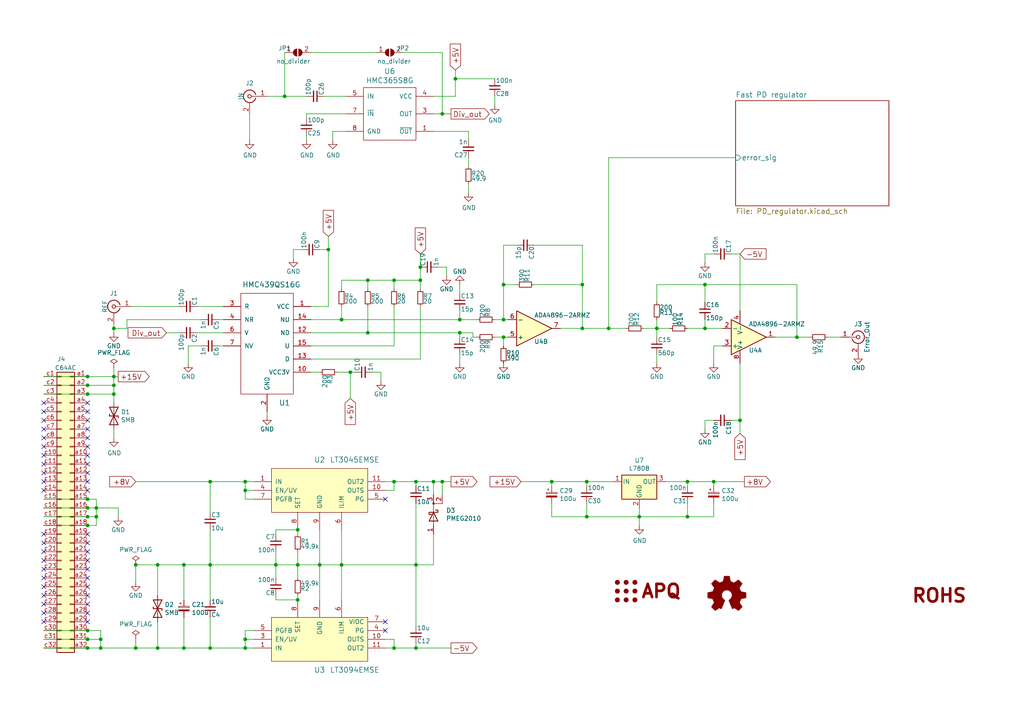
<source format=kicad_sch>
(kicad_sch (version 20211123) (generator eeschema)
  (paper "A4")
  (title_block (title "HMC439 Phase-Frequency Detector") (date "2022-01-25") (rev "1.4") (company "Atoms-Photons-Quanta, IAP, TU Darmstadt") (comment 1 "Tilman Preuschoff"))
  (junction (at 99.06 163.83))
  (junction (at 25.4 149.86))
  (junction (at 82.55 27.94))
  (junction (at 146.05 92.71))
  (junction (at 33.02 111.76))
  (junction (at 120.65 187.96))
  (junction (at 25.4 109.22))
  (junction (at 29.21 187.96))
  (junction (at 25.4 147.32))
  (junction (at 168.91 82.55))
  (junction (at 80.01 163.83))
  (junction (at 33.02 114.3))
  (junction (at 25.4 111.76))
  (junction (at 25.4 152.4))
  (junction (at 60.96 163.83))
  (junction (at 199.39 149.86))
  (junction (at 45.72 187.96))
  (junction (at 190.5 95.25))
  (junction (at 39.37 187.96))
  (junction (at 176.53 95.25))
  (junction (at 170.18 139.7))
  (junction (at 199.39 139.7))
  (junction (at 27.94 149.86))
  (junction (at 25.4 185.42))
  (junction (at 71.12 187.96))
  (junction (at 133.35 92.71))
  (junction (at 71.12 139.7))
  (junction (at 106.68 81.28))
  (junction (at 39.37 163.83))
  (junction (at 86.36 173.99))
  (junction (at 204.47 95.25))
  (junction (at 160.02 139.7))
  (junction (at 185.42 149.86))
  (junction (at 86.36 153.67))
  (junction (at 25.4 114.3))
  (junction (at 86.36 163.83))
  (junction (at 114.3 81.28))
  (junction (at 114.3 139.7))
  (junction (at 128.27 33.02))
  (junction (at 101.6 107.95))
  (junction (at 121.92 77.47))
  (junction (at 60.96 187.96))
  (junction (at 53.34 187.96))
  (junction (at 25.4 144.78))
  (junction (at 133.35 96.52))
  (junction (at 120.65 163.83))
  (junction (at 121.92 81.28))
  (junction (at 71.12 142.24))
  (junction (at 207.01 139.7))
  (junction (at 106.68 96.52))
  (junction (at 170.18 149.86))
  (junction (at 53.34 163.83))
  (junction (at 99.06 92.71))
  (junction (at 125.73 139.7))
  (junction (at 214.63 121.92))
  (junction (at 120.65 139.7))
  (junction (at 114.3 187.96))
  (junction (at 231.14 97.79))
  (junction (at 146.05 97.79))
  (junction (at 25.4 187.96))
  (junction (at 95.25 72.39))
  (junction (at 45.72 163.83))
  (junction (at 27.94 147.32))
  (junction (at 128.27 139.7))
  (junction (at 146.05 82.55))
  (junction (at 204.47 82.55))
  (junction (at 33.02 95.25))
  (junction (at 71.12 185.42))
  (junction (at 60.96 139.7))
  (junction (at 29.21 185.42))
  (junction (at 168.91 95.25))
  (junction (at 132.08 22.86))
  (junction (at 25.4 182.88))
  (junction (at 33.02 109.22))
  (junction (at 92.71 163.83))
  (no_connect (at 12.7 137.16))
  (no_connect (at 25.4 160.02))
  (no_connect (at 25.4 134.62))
  (no_connect (at 12.7 180.34))
  (no_connect (at 25.4 177.8))
  (no_connect (at 12.7 142.24))
  (no_connect (at 25.4 127))
  (no_connect (at 12.7 162.56))
  (no_connect (at 12.7 165.1))
  (no_connect (at 12.7 139.7))
  (no_connect (at 12.7 127))
  (no_connect (at 25.4 172.72))
  (no_connect (at 12.7 175.26))
  (no_connect (at 25.4 162.56))
  (no_connect (at 25.4 129.54))
  (no_connect (at 25.4 170.18))
  (no_connect (at 12.7 160.02))
  (no_connect (at 12.7 170.18))
  (no_connect (at 25.4 132.08))
  (no_connect (at 12.7 132.08))
  (no_connect (at 25.4 142.24))
  (no_connect (at 25.4 137.16))
  (no_connect (at 12.7 177.8))
  (no_connect (at 12.7 129.54))
  (no_connect (at 12.7 121.92))
  (no_connect (at 12.7 119.38))
  (no_connect (at 12.7 116.84))
  (no_connect (at 25.4 139.7))
  (no_connect (at 12.7 154.94))
  (no_connect (at 25.4 157.48))
  (no_connect (at 111.76 182.88))
  (no_connect (at 111.76 144.78))
  (no_connect (at 25.4 180.34))
  (no_connect (at 25.4 119.38))
  (no_connect (at 25.4 121.92))
  (no_connect (at 25.4 116.84))
  (no_connect (at 111.76 180.34))
  (no_connect (at 25.4 175.26))
  (no_connect (at 12.7 172.72))
  (no_connect (at 12.7 157.48))
  (no_connect (at 12.7 134.62))
  (no_connect (at 25.4 165.1))
  (no_connect (at 12.7 167.64))
  (no_connect (at 25.4 124.46))
  (no_connect (at 25.4 154.94))
  (no_connect (at 12.7 124.46))
  (no_connect (at 25.4 167.64))
  (wire (pts (xy 71.12 185.42) (xy 71.12 187.96)))
  (wire (pts (xy 114.3 142.24) (xy 114.3 139.7)))
  (wire (pts (xy 135.89 55.88) (xy 135.89 53.34)))
  (wire (pts (xy 52.07 96.52) (xy 48.26 96.52)))
  (wire (pts (xy 27.94 149.86) (xy 27.94 152.4)))
  (wire (pts (xy 99.06 163.83) (xy 99.06 173.99)))
  (wire (pts (xy 120.65 139.7) (xy 120.65 140.97)))
  (wire (pts (xy 168.91 95.25) (xy 168.91 82.55)))
  (wire (pts (xy 114.3 88.9) (xy 114.3 100.33)))
  (wire (pts (xy 146.05 92.71) (xy 147.32 92.71)))
  (wire (pts (xy 95.25 72.39) (xy 95.25 88.9)))
  (wire (pts (xy 25.4 182.88) (xy 29.21 182.88)))
  (wire (pts (xy 36.83 92.71) (xy 36.83 95.25)))
  (wire (pts (xy 114.3 100.33) (xy 90.17 100.33)))
  (wire (pts (xy 190.5 95.25) (xy 194.31 95.25)))
  (wire (pts (xy 101.6 107.95) (xy 102.87 107.95)))
  (wire (pts (xy 176.53 95.25) (xy 176.53 45.72)))
  (wire (pts (xy 130.81 33.02) (xy 128.27 33.02)))
  (wire (pts (xy 86.36 160.02) (xy 86.36 163.83)))
  (wire (pts (xy 95.25 68.58) (xy 95.25 72.39)))
  (wire (pts (xy 25.4 147.32) (xy 27.94 147.32)))
  (wire (pts (xy 27.94 147.32) (xy 27.94 149.86)))
  (wire (pts (xy 110.49 107.95) (xy 110.49 110.49)))
  (wire (pts (xy 71.12 144.78) (xy 73.66 144.78)))
  (wire (pts (xy 106.68 88.9) (xy 106.68 96.52)))
  (wire (pts (xy 143.51 27.94) (xy 143.51 30.48)))
  (wire (pts (xy 99.06 163.83) (xy 120.65 163.83)))
  (wire (pts (xy 204.47 92.71) (xy 204.47 95.25)))
  (wire (pts (xy 114.3 81.28) (xy 114.3 83.82)))
  (wire (pts (xy 132.08 27.94) (xy 125.73 27.94)))
  (wire (pts (xy 185.42 149.86) (xy 199.39 149.86)))
  (wire (pts (xy 73.66 182.88) (xy 71.12 182.88)))
  (wire (pts (xy 133.35 96.52) (xy 133.35 97.79)))
  (wire (pts (xy 77.47 27.94) (xy 82.55 27.94)))
  (wire (pts (xy 25.4 144.78) (xy 27.94 144.78)))
  (wire (pts (xy 120.65 163.83) (xy 120.65 181.61)))
  (wire (pts (xy 86.36 163.83) (xy 92.71 163.83)))
  (wire (pts (xy 92.71 72.39) (xy 95.25 72.39)))
  (wire (pts (xy 231.14 97.79) (xy 234.95 97.79)))
  (wire (pts (xy 33.02 111.76) (xy 33.02 109.22)))
  (wire (pts (xy 132.08 22.86) (xy 143.51 22.86)))
  (wire (pts (xy 162.56 95.25) (xy 168.91 95.25)))
  (wire (pts (xy 133.35 92.71) (xy 138.43 92.71)))
  (wire (pts (xy 125.73 163.83) (xy 120.65 163.83)))
  (wire (pts (xy 39.37 163.83) (xy 45.72 163.83)))
  (wire (pts (xy 204.47 73.66) (xy 207.01 73.66)))
  (wire (pts (xy 33.02 95.25) (xy 33.02 96.52)))
  (wire (pts (xy 185.42 149.86) (xy 185.42 152.4)))
  (wire (pts (xy 53.34 173.99) (xy 53.34 163.83)))
  (wire (pts (xy 114.3 81.28) (xy 121.92 81.28)))
  (wire (pts (xy 170.18 146.05) (xy 170.18 149.86)))
  (wire (pts (xy 190.5 92.71) (xy 190.5 95.25)))
  (wire (pts (xy 64.77 88.9) (xy 57.15 88.9)))
  (wire (pts (xy 130.81 139.7) (xy 128.27 139.7)))
  (wire (pts (xy 45.72 187.96) (xy 53.34 187.96)))
  (wire (pts (xy 146.05 82.55) (xy 149.86 82.55)))
  (wire (pts (xy 45.72 163.83) (xy 53.34 163.83)))
  (wire (pts (xy 121.92 104.14) (xy 90.17 104.14)))
  (wire (pts (xy 86.36 163.83) (xy 86.36 167.64)))
  (wire (pts (xy 99.06 88.9) (xy 99.06 92.71)))
  (wire (pts (xy 33.02 109.22) (xy 34.29 109.22)))
  (wire (pts (xy 80.01 172.72) (xy 80.01 173.99)))
  (wire (pts (xy 130.81 187.96) (xy 120.65 187.96)))
  (wire (pts (xy 154.94 71.12) (xy 168.91 71.12)))
  (wire (pts (xy 168.91 71.12) (xy 168.91 82.55)))
  (wire (pts (xy 146.05 82.55) (xy 146.05 71.12)))
  (wire (pts (xy 86.36 173.99) (xy 86.36 172.72)))
  (wire (pts (xy 85.09 72.39) (xy 85.09 74.93)))
  (wire (pts (xy 212.09 121.92) (xy 214.63 121.92)))
  (wire (pts (xy 80.01 163.83) (xy 86.36 163.83)))
  (wire (pts (xy 129.54 77.47) (xy 129.54 80.01)))
  (wire (pts (xy 99.06 153.67) (xy 99.06 163.83)))
  (wire (pts (xy 96.52 38.1) (xy 96.52 40.64)))
  (wire (pts (xy 60.96 187.96) (xy 71.12 187.96)))
  (wire (pts (xy 214.63 125.73) (xy 214.63 121.92)))
  (wire (pts (xy 160.02 149.86) (xy 170.18 149.86)))
  (wire (pts (xy 125.73 139.7) (xy 125.73 143.51)))
  (wire (pts (xy 129.54 77.47) (xy 127 77.47)))
  (wire (pts (xy 12.7 111.76) (xy 25.4 111.76)))
  (wire (pts (xy 73.66 185.42) (xy 71.12 185.42)))
  (wire (pts (xy 204.47 82.55) (xy 231.14 82.55)))
  (wire (pts (xy 71.12 139.7) (xy 71.12 142.24)))
  (wire (pts (xy 132.08 22.86) (xy 132.08 27.94)))
  (wire (pts (xy 88.9 40.64) (xy 88.9 39.37)))
  (wire (pts (xy 71.12 142.24) (xy 71.12 144.78)))
  (wire (pts (xy 80.01 163.83) (xy 80.01 167.64)))
  (wire (pts (xy 106.68 81.28) (xy 114.3 81.28)))
  (wire (pts (xy 99.06 92.71) (xy 133.35 92.71)))
  (wire (pts (xy 111.76 139.7) (xy 114.3 139.7)))
  (wire (pts (xy 93.98 27.94) (xy 100.33 27.94)))
  (wire (pts (xy 85.09 72.39) (xy 87.63 72.39)))
  (wire (pts (xy 170.18 139.7) (xy 177.8 139.7)))
  (wire (pts (xy 160.02 139.7) (xy 170.18 139.7)))
  (wire (pts (xy 38.1 88.9) (xy 52.07 88.9)))
  (wire (pts (xy 39.37 187.96) (xy 45.72 187.96)))
  (wire (pts (xy 147.32 97.79) (xy 146.05 97.79)))
  (wire (pts (xy 86.36 153.67) (xy 86.36 154.94)))
  (wire (pts (xy 36.83 95.25) (xy 33.02 95.25)))
  (wire (pts (xy 132.08 20.32) (xy 132.08 22.86)))
  (wire (pts (xy 170.18 149.86) (xy 185.42 149.86)))
  (wire (pts (xy 154.94 82.55) (xy 168.91 82.55)))
  (wire (pts (xy 33.02 127) (xy 33.02 124.46)))
  (wire (pts (xy 120.65 187.96) (xy 114.3 187.96)))
  (wire (pts (xy 121.92 73.66) (xy 121.92 77.47)))
  (wire (pts (xy 25.4 109.22) (xy 33.02 109.22)))
  (wire (pts (xy 199.39 139.7) (xy 199.39 140.97)))
  (wire (pts (xy 128.27 33.02) (xy 125.73 33.02)))
  (wire (pts (xy 190.5 95.25) (xy 190.5 97.79)))
  (wire (pts (xy 90.17 15.24) (xy 109.22 15.24)))
  (wire (pts (xy 160.02 139.7) (xy 160.02 140.97)))
  (wire (pts (xy 125.73 38.1) (xy 135.89 38.1)))
  (wire (pts (xy 29.21 182.88) (xy 29.21 185.42)))
  (wire (pts (xy 137.16 96.52) (xy 137.16 97.79)))
  (wire (pts (xy 25.4 152.4) (xy 27.94 152.4)))
  (wire (pts (xy 207.01 149.86) (xy 207.01 146.05)))
  (wire (pts (xy 146.05 71.12) (xy 149.86 71.12)))
  (wire (pts (xy 151.13 139.7) (xy 160.02 139.7)))
  (wire (pts (xy 92.71 163.83) (xy 92.71 153.67)))
  (wire (pts (xy 204.47 87.63) (xy 204.47 82.55)))
  (wire (pts (xy 199.39 139.7) (xy 207.01 139.7)))
  (wire (pts (xy 114.3 187.96) (xy 111.76 187.96)))
  (wire (pts (xy 71.12 139.7) (xy 73.66 139.7)))
  (wire (pts (xy 137.16 97.79) (xy 138.43 97.79)))
  (wire (pts (xy 58.42 100.33) (xy 54.61 100.33)))
  (wire (pts (xy 80.01 154.94) (xy 80.01 153.67)))
  (wire (pts (xy 12.7 182.88) (xy 25.4 182.88)))
  (wire (pts (xy 90.17 107.95) (xy 92.71 107.95)))
  (wire (pts (xy 29.21 185.42) (xy 29.21 187.96)))
  (wire (pts (xy 64.77 92.71) (xy 63.5 92.71)))
  (wire (pts (xy 204.47 121.92) (xy 207.01 121.92)))
  (wire (pts (xy 71.12 142.24) (xy 73.66 142.24)))
  (wire (pts (xy 120.65 139.7) (xy 114.3 139.7)))
  (wire (pts (xy 25.4 114.3) (xy 33.02 114.3)))
  (wire (pts (xy 207.01 139.7) (xy 207.01 140.97)))
  (wire (pts (xy 133.35 82.55) (xy 133.35 85.09)))
  (wire (pts (xy 160.02 146.05) (xy 160.02 149.86)))
  (wire (pts (xy 204.47 73.66) (xy 204.47 76.2)))
  (wire (pts (xy 100.33 33.02) (xy 88.9 33.02)))
  (wire (pts (xy 116.84 15.24) (xy 128.27 15.24)))
  (wire (pts (xy 111.76 185.42) (xy 114.3 185.42)))
  (wire (pts (xy 33.02 114.3) (xy 33.02 116.84)))
  (wire (pts (xy 106.68 81.28) (xy 106.68 83.82)))
  (wire (pts (xy 101.6 107.95) (xy 101.6 115.57)))
  (wire (pts (xy 60.96 139.7) (xy 71.12 139.7)))
  (wire (pts (xy 60.96 153.67) (xy 60.96 163.83)))
  (wire (pts (xy 212.09 73.66) (xy 214.63 73.66)))
  (wire (pts (xy 25.4 185.42) (xy 29.21 185.42)))
  (wire (pts (xy 128.27 15.24) (xy 128.27 33.02)))
  (wire (pts (xy 12.7 147.32) (xy 25.4 147.32)))
  (wire (pts (xy 80.01 160.02) (xy 80.01 163.83)))
  (wire (pts (xy 135.89 48.26) (xy 135.89 45.72)))
  (wire (pts (xy 12.7 114.3) (xy 25.4 114.3)))
  (wire (pts (xy 25.4 111.76) (xy 33.02 111.76)))
  (wire (pts (xy 29.21 187.96) (xy 39.37 187.96)))
  (wire (pts (xy 146.05 97.79) (xy 143.51 97.79)))
  (wire (pts (xy 199.39 149.86) (xy 207.01 149.86)))
  (wire (pts (xy 146.05 82.55) (xy 146.05 92.71)))
  (wire (pts (xy 168.91 95.25) (xy 176.53 95.25)))
  (wire (pts (xy 60.96 187.96) (xy 60.96 179.07)))
  (wire (pts (xy 27.94 147.32) (xy 34.29 147.32)))
  (wire (pts (xy 12.7 187.96) (xy 25.4 187.96)))
  (wire (pts (xy 90.17 96.52) (xy 106.68 96.52)))
  (wire (pts (xy 71.12 187.96) (xy 73.66 187.96)))
  (wire (pts (xy 60.96 139.7) (xy 60.96 148.59)))
  (wire (pts (xy 114.3 185.42) (xy 114.3 187.96)))
  (wire (pts (xy 80.01 173.99) (xy 86.36 173.99)))
  (wire (pts (xy 72.39 33.02) (xy 72.39 40.64)))
  (wire (pts (xy 146.05 97.79) (xy 146.05 100.33)))
  (wire (pts (xy 71.12 182.88) (xy 71.12 185.42)))
  (wire (pts (xy 111.76 142.24) (xy 114.3 142.24)))
  (wire (pts (xy 39.37 139.7) (xy 60.96 139.7)))
  (wire (pts (xy 27.94 144.78) (xy 27.94 147.32)))
  (wire (pts (xy 45.72 172.72) (xy 45.72 163.83)))
  (wire (pts (xy 80.01 153.67) (xy 86.36 153.67)))
  (wire (pts (xy 133.35 96.52) (xy 137.16 96.52)))
  (wire (pts (xy 12.7 144.78) (xy 25.4 144.78)))
  (wire (pts (xy 240.03 97.79) (xy 243.84 97.79)))
  (wire (pts (xy 120.65 146.05) (xy 120.65 163.83)))
  (wire (pts (xy 33.02 93.98) (xy 33.02 95.25)))
  (wire (pts (xy 121.92 81.28) (xy 121.92 77.47)))
  (wire (pts (xy 77.47 119.38) (xy 77.47 120.65)))
  (wire (pts (xy 185.42 147.32) (xy 185.42 149.86)))
  (wire (pts (xy 82.55 27.94) (xy 88.9 27.94)))
  (wire (pts (xy 53.34 187.96) (xy 60.96 187.96)))
  (wire (pts (xy 186.69 95.25) (xy 190.5 95.25)))
  (wire (pts (xy 92.71 163.83) (xy 92.71 173.99)))
  (wire (pts (xy 133.35 92.71) (xy 133.35 90.17)))
  (wire (pts (xy 12.7 185.42) (xy 25.4 185.42)))
  (wire (pts (xy 204.47 95.25) (xy 209.55 95.25)))
  (wire (pts (xy 207.01 139.7) (xy 215.9 139.7)))
  (wire (pts (xy 36.83 92.71) (xy 58.42 92.71)))
  (wire (pts (xy 190.5 82.55) (xy 204.47 82.55)))
  (wire (pts (xy 39.37 185.42) (xy 39.37 187.96)))
  (wire (pts (xy 120.65 187.96) (xy 120.65 186.69)))
  (wire (pts (xy 135.89 38.1) (xy 135.89 40.64)))
  (wire (pts (xy 133.35 102.87) (xy 133.35 105.41)))
  (wire (pts (xy 121.92 81.28) (xy 121.92 83.82)))
  (wire (pts (xy 45.72 180.34) (xy 45.72 187.96)))
  (wire (pts (xy 207.01 100.33) (xy 207.01 105.41)))
  (wire (pts (xy 12.7 152.4) (xy 25.4 152.4)))
  (wire (pts (xy 121.92 88.9) (xy 121.92 104.14)))
  (wire (pts (xy 231.14 82.55) (xy 231.14 97.79)))
  (wire (pts (xy 125.73 139.7) (xy 120.65 139.7)))
  (wire (pts (xy 92.71 163.83) (xy 99.06 163.83)))
  (wire (pts (xy 60.96 163.83) (xy 60.96 173.99)))
  (wire (pts (xy 204.47 121.92) (xy 204.47 124.46)))
  (wire (pts (xy 53.34 179.07) (xy 53.34 187.96)))
  (wire (pts (xy 106.68 96.52) (xy 133.35 96.52)))
  (wire (pts (xy 82.55 15.24) (xy 82.55 27.94)))
  (wire (pts (xy 96.52 38.1) (xy 100.33 38.1)))
  (wire (pts (xy 170.18 140.97) (xy 170.18 139.7)))
  (wire (pts (xy 143.51 92.71) (xy 146.05 92.71)))
  (wire (pts (xy 99.06 83.82) (xy 99.06 81.28)))
  (wire (pts (xy 54.61 100.33) (xy 54.61 105.41)))
  (wire (pts (xy 99.06 81.28) (xy 106.68 81.28)))
  (wire (pts (xy 39.37 163.83) (xy 39.37 168.91)))
  (wire (pts (xy 53.34 163.83) (xy 60.96 163.83)))
  (wire (pts (xy 34.29 147.32) (xy 34.29 149.86)))
  (wire (pts (xy 199.39 146.05) (xy 199.39 149.86)))
  (wire (pts (xy 95.25 88.9) (xy 90.17 88.9)))
  (wire (pts (xy 33.02 106.68) (xy 33.02 109.22)))
  (wire (pts (xy 25.4 149.86) (xy 27.94 149.86)))
  (wire (pts (xy 199.39 95.25) (xy 204.47 95.25)))
  (wire (pts (xy 190.5 102.87) (xy 190.5 105.41)))
  (wire (pts (xy 128.27 139.7) (xy 125.73 139.7)))
  (wire (pts (xy 12.7 109.22) (xy 25.4 109.22)))
  (wire (pts (xy 176.53 45.72) (xy 213.36 45.72)))
  (wire (pts (xy 60.96 163.83) (xy 80.01 163.83)))
  (wire (pts (xy 214.63 73.66) (xy 214.63 90.17)))
  (wire (pts (xy 64.77 96.52) (xy 57.15 96.52)))
  (wire (pts (xy 214.63 121.92) (xy 214.63 105.41)))
  (wire (pts (xy 125.73 154.94) (xy 125.73 163.83)))
  (wire (pts (xy 33.02 111.76) (xy 33.02 114.3)))
  (wire (pts (xy 25.4 187.96) (xy 29.21 187.96)))
  (wire (pts (xy 193.04 139.7) (xy 199.39 139.7)))
  (wire (pts (xy 181.61 95.25) (xy 176.53 95.25)))
  (wire (pts (xy 209.55 100.33) (xy 207.01 100.33)))
  (wire (pts (xy 110.49 107.95) (xy 107.95 107.95)))
  (wire (pts (xy 190.5 87.63) (xy 190.5 82.55)))
  (wire (pts (xy 12.7 149.86) (xy 25.4 149.86)))
  (wire (pts (xy 97.79 107.95) (xy 101.6 107.95)))
  (wire (pts (xy 224.79 97.79) (xy 231.14 97.79)))
  (wire (pts (xy 90.17 92.71) (xy 99.06 92.71)))
  (wire (pts (xy 88.9 33.02) (xy 88.9 34.29)))
  (wire (pts (xy 64.77 100.33) (xy 63.5 100.33)))
  (wire (pts (xy 128.27 139.7) (xy 128.27 143.51)))
  (global_label "+8V" (shape output) (at 215.9 139.7 0) (effects (font (size 1.524 1.524))) (property "Intersheet References" "${INTERSHEET_REFS}" (effects hide)))
  (global_label "+5V" (shape input) (at 132.08 20.32 90) (effects (font (size 1.524 1.524))) (property "Intersheet References" "${INTERSHEET_REFS}" (effects hide)))
  (global_label "-5V" (shape input) (at 214.63 73.66 0) (effects (font (size 1.524 1.524))) (property "Intersheet References" "${INTERSHEET_REFS}" (effects hide)))
  (global_label "+15V" (shape input) (at 151.13 139.7 180) (effects (font (size 1.524 1.524))) (property "Intersheet References" "${INTERSHEET_REFS}" (effects hide)))
  (global_label "+5V" (shape output) (at 130.81 139.7 0) (effects (font (size 1.524 1.524))) (property "Intersheet References" "${INTERSHEET_REFS}" (effects hide)))
  (global_label "-5V" (shape output) (at 130.81 187.96 0) (effects (font (size 1.524 1.524))) (property "Intersheet References" "${INTERSHEET_REFS}" (effects hide)))
  (global_label "Div_out" (shape input) (at 48.26 96.52 180) (effects (font (size 1.524 1.524))) (property "Intersheet References" "${INTERSHEET_REFS}" (effects hide)))
  (global_label "+5V" (shape input) (at 95.25 68.58 90) (effects (font (size 1.524 1.524))) (property "Intersheet References" "${INTERSHEET_REFS}" (effects hide)))
  (global_label "+15V" (shape output) (at 34.29 109.22 0) (effects (font (size 1.524 1.524))) (property "Intersheet References" "${INTERSHEET_REFS}" (effects hide)))
  (global_label "+5V" (shape input) (at 214.63 125.73 270) (effects (font (size 1.524 1.524))) (property "Intersheet References" "${INTERSHEET_REFS}" (effects hide)))
  (global_label "+8V" (shape input) (at 39.37 139.7 180) (effects (font (size 1.524 1.524))) (property "Intersheet References" "${INTERSHEET_REFS}" (effects hide)))
  (global_label "Div_out" (shape output) (at 130.81 33.02 0) (effects (font (size 1.524 1.524))) (property "Intersheet References" "${INTERSHEET_REFS}" (effects hide)))
  (global_label "+5V" (shape input) (at 121.92 73.66 90) (effects (font (size 1.524 1.524))) (property "Intersheet References" "${INTERSHEET_REFS}" (effects hide)))
  (global_label "+5V" (shape input) (at 101.6 115.57 270) (effects (font (size 1.524 1.524))) (property "Intersheet References" "${INTERSHEET_REFS}" (effects hide)))
  (symbol (lib_id "Linear-Technology:LT3045EMSE") (at 92.71 142.24 0) (unit 1)
    (property "Reference" "U2" (at 92.71 133.35 0) (effects (font (size 1.524 1.524))))
    (property "Value" "LT3045EMSE" (at 102.87 133.35 0) (effects (font (size 1.524 1.524))))
    (property "Footprint" "Package_SO:MSOP-12-1EP_3x4mm_P0.65mm_EP1.65x2.85mm" (effects hide))
    (property "MFN" "Analog Devices" (effects hide))
    (property "PN" "LT3045EMSE#PBF" (effects hide))
  )
  (symbol (lib_id "Device:C_Small") (at 60.96 151.13 0) (unit 1)
    (property "Reference" "C3" (at 61.214 149.352 0) (effects (justify left)))
    (property "Value" "10u" (at 61.214 153.162 0) (effects (justify left)))
    (property "Footprint" "Capacitor_SMD:C_1210_3225Metric" (effects hide))
  )
  (symbol (lib_id "Device:C_Small") (at 80.01 157.48 0) (mirror y) (unit 1)
    (property "Reference" "C7" (at 79.756 155.702 0) (effects (justify left)))
    (property "Value" "100n" (at 79.756 159.512 0) (effects (justify left)))
    (property "Footprint" "Capacitor_SMD:C_1206_3216Metric" (effects hide))
    (property "MFN" "Murata-Electronics" (effects hide))
    (property "PN" "GRM3195C2A104JA01D" (effects hide))
  )
  (symbol (lib_id "Device:C_Small") (at 120.65 143.51 0) (unit 1)
    (property "Reference" "C11" (at 120.904 141.732 0) (effects (justify left)))
    (property "Value" "10u" (at 120.904 145.542 0) (effects (justify left)))
    (property "Footprint" "Capacitor_SMD:C_1210_3225Metric" (effects hide))
  )
  (symbol (lib_id "Device:R_Small") (at 86.36 157.48 0) (unit 1)
    (property "Reference" "R1" (at 87.122 156.972 0) (effects (justify left)))
    (property "Value" "49.9k" (at 87.122 158.496 0) (effects (justify left)))
    (property "Footprint" "Resistor_SMD:R_0603_1608Metric" (effects hide))
  )
  (symbol (lib_id "power:GND") (at 39.37 168.91 0) (unit 1)
    (property "Reference" "#PWR01" (effects hide))
    (property "Value" "GND" (at 39.37 172.72 0))
  )
  (symbol (lib_id "Device:C_Small") (at 60.96 176.53 0) (mirror x) (unit 1)
    (property "Reference" "C4" (at 61.214 178.308 0) (effects (justify left)))
    (property "Value" "10u" (at 61.214 174.498 0) (effects (justify left)))
    (property "Footprint" "Capacitor_SMD:C_1210_3225Metric" (effects hide))
  )
  (symbol (lib_id "Device:C_Small") (at 80.01 170.18 180) (unit 1)
    (property "Reference" "C8" (at 79.756 171.958 0) (effects (justify left)))
    (property "Value" "100n" (at 79.756 168.148 0) (effects (justify left)))
    (property "Footprint" "Capacitor_SMD:C_1206_3216Metric" (effects hide))
    (property "MFN" "Murata-Electronics" (effects hide))
    (property "PN" "GRM3195C2A104JA01D" (effects hide))
  )
  (symbol (lib_id "Device:C_Small") (at 120.65 184.15 0) (mirror x) (unit 1)
    (property "Reference" "C12" (at 120.904 185.928 0) (effects (justify left)))
    (property "Value" "10u" (at 120.904 182.118 0) (effects (justify left)))
    (property "Footprint" "Capacitor_SMD:C_1210_3225Metric" (effects hide))
  )
  (symbol (lib_id "Device:R_Small") (at 86.36 170.18 0) (mirror x) (unit 1)
    (property "Reference" "R2" (at 87.122 170.688 0) (effects (justify left)))
    (property "Value" "49.9k" (at 87.122 169.164 0) (effects (justify left)))
    (property "Footprint" "Resistor_SMD:R_0603_1608Metric" (effects hide))
  )
  (symbol (lib_id "Linear-Technology:HMC439QS16G") (at 77.47 124.46 0) (unit 1)
    (property "Reference" "U1" (at 82.55 116.84 0) (effects (font (size 1.524 1.524))))
    (property "Value" "HMC439QS16G" (at 78.74 82.55 0) (effects (font (size 1.524 1.524))))
    (property "Footprint" "footprints:QSOP-16_3.9x4.9mm_P0.635mm_EP_2.3mmx1.75mm" (effects hide))
    (property "MFN" "Analog Devices" (effects hide))
  )
  (symbol (lib_id "power:GND") (at 77.47 120.65 0) (unit 1)
    (property "Reference" "#PWR02" (effects hide))
    (property "Value" "GND" (at 77.47 124.46 0))
  )
  (symbol (lib_id "Connector:Conn_Coaxial") (at 33.02 88.9 0) (mirror y) (unit 1)
    (property "Reference" "J1" (at 33.02 85.09 0))
    (property "Value" "REF" (at 30.48 88.9 90))
    (property "Footprint" "Connector_Coaxial:SMA_Amphenol_132289_EdgeMount" (effects hide))
  )
  (symbol (lib_id "Device:C_Small") (at 54.61 88.9 270) (mirror x) (unit 1)
    (property "Reference" "C1" (at 56.388 88.646 0) (effects (justify left)))
    (property "Value" "100p" (at 52.578 88.646 0) (effects (justify left)))
    (property "Footprint" "Capacitor_SMD:C_0603_1608Metric" (effects hide))
    (property "MFN" "TDK" (effects hide))
    (property "PN" "CGJ3E2C0G2A101J080AA" (effects hide))
  )
  (symbol (lib_id "Device:C_Small") (at 60.96 92.71 270) (unit 1)
    (property "Reference" "C5" (at 62.738 92.964 0) (effects (justify left)))
    (property "Value" "1n" (at 58.928 92.964 0) (effects (justify left)))
    (property "Footprint" "Capacitor_SMD:C_0603_1608Metric" (effects hide))
  )
  (symbol (lib_id "Device:C_Small") (at 54.61 96.52 270) (unit 1)
    (property "Reference" "C2" (at 56.388 96.774 0) (effects (justify left)))
    (property "Value" "100p" (at 52.578 96.774 0) (effects (justify left)))
    (property "Footprint" "Capacitor_SMD:C_0603_1608Metric" (effects hide))
    (property "MFN" "TDK" (effects hide))
    (property "PN" "CGJ3E2C0G2A101J080AA" (effects hide))
  )
  (symbol (lib_id "Device:C_Small") (at 60.96 100.33 270) (unit 1)
    (property "Reference" "C6" (at 62.738 100.584 0) (effects (justify left)))
    (property "Value" "1n" (at 58.928 100.584 0) (effects (justify left)))
    (property "Footprint" "Capacitor_SMD:C_0603_1608Metric" (effects hide))
  )
  (symbol (lib_id "Device:C_Small") (at 90.17 72.39 270) (mirror x) (unit 1)
    (property "Reference" "C9" (at 91.948 72.136 0) (effects (justify left)))
    (property "Value" "100n" (at 88.138 72.136 0) (effects (justify left)))
    (property "Footprint" "Capacitor_SMD:C_0603_1608Metric" (effects hide))
  )
  (symbol (lib_id "Device:C_Small") (at 133.35 87.63 0) (unit 1)
    (property "Reference" "C13" (at 133.604 85.852 0) (effects (justify left)))
    (property "Value" "15p" (at 133.604 89.662 0) (effects (justify left)))
    (property "Footprint" "Capacitor_SMD:C_0603_1608Metric" (effects hide))
  )
  (symbol (lib_id "Device:C_Small") (at 133.35 100.33 0) (unit 1)
    (property "Reference" "C14" (at 133.604 98.552 0) (effects (justify left)))
    (property "Value" "15p" (at 133.604 102.362 0) (effects (justify left)))
    (property "Footprint" "Capacitor_SMD:C_0603_1608Metric" (effects hide))
  )
  (symbol (lib_id "Device:R_Small") (at 95.25 107.95 270) (unit 1)
    (property "Reference" "R3" (at 95.758 108.712 0) (effects (justify left)))
    (property "Value" "200" (at 94.234 108.712 0) (effects (justify left)))
    (property "Footprint" "Resistor_SMD:R_0603_1608Metric" (effects hide))
    (property "MFN" "Yageo" (effects hide))
    (property "PN" "RC0603FR-13200RL" (effects hide))
  )
  (symbol (lib_id "Device:R_Small") (at 99.06 86.36 0) (unit 1)
    (property "Reference" "R4" (at 99.822 85.852 0) (effects (justify left)))
    (property "Value" "200" (at 99.822 87.376 0) (effects (justify left)))
    (property "Footprint" "Resistor_SMD:R_0603_1608Metric" (effects hide))
    (property "MFN" "Yageo" (effects hide))
    (property "PN" "RC0603FR-13200RL" (effects hide))
  )
  (symbol (lib_id "Device:R_Small") (at 106.68 86.36 0) (unit 1)
    (property "Reference" "R5" (at 107.442 85.852 0) (effects (justify left)))
    (property "Value" "200" (at 107.442 87.376 0) (effects (justify left)))
    (property "Footprint" "Resistor_SMD:R_0603_1608Metric" (effects hide))
    (property "MFN" "Yageo" (effects hide))
    (property "PN" "RC0603FR-13200RL" (effects hide))
  )
  (symbol (lib_id "Device:R_Small") (at 114.3 86.36 0) (unit 1)
    (property "Reference" "R6" (at 115.062 85.852 0) (effects (justify left)))
    (property "Value" "20" (at 115.062 87.376 0) (effects (justify left)))
    (property "Footprint" "Resistor_SMD:R_0603_1608Metric" (effects hide))
    (property "MFN" "Yageo" (effects hide))
    (property "PN" "AC0603FR-0720RL" (effects hide))
  )
  (symbol (lib_id "Device:R_Small") (at 121.92 86.36 0) (unit 1)
    (property "Reference" "R7" (at 122.682 85.852 0) (effects (justify left)))
    (property "Value" "20" (at 122.682 87.376 0) (effects (justify left)))
    (property "Footprint" "Resistor_SMD:R_0603_1608Metric" (effects hide))
    (property "MFN" "Yageo" (effects hide))
    (property "PN" "AC0603FR-0720RL" (effects hide))
  )
  (symbol (lib_id "Connector:Conn_Coaxial") (at 72.39 27.94 0) (mirror y) (unit 1)
    (property "Reference" "J2" (at 72.39 24.13 0))
    (property "Value" "IN" (at 69.85 27.94 90))
    (property "Footprint" "Connector_Coaxial:SMA_Amphenol_132289_EdgeMount" (effects hide))
  )
  (symbol (lib_id "power:GND") (at 33.02 96.52 0) (unit 1)
    (property "Reference" "#PWR03" (effects hide))
    (property "Value" "GND" (at 33.02 100.33 0))
  )
  (symbol (lib_id "power:GND") (at 133.35 105.41 0) (unit 1)
    (property "Reference" "#PWR04" (effects hide))
    (property "Value" "GND" (at 133.35 109.22 0))
  )
  (symbol (lib_id "power:GND") (at 133.35 82.55 180) (unit 1)
    (property "Reference" "#PWR05" (effects hide))
    (property "Value" "GND" (at 133.35 78.74 0))
  )
  (symbol (lib_id "power:GND") (at 85.09 74.93 0) (unit 1)
    (property "Reference" "#PWR06" (effects hide))
    (property "Value" "GND" (at 85.09 78.74 0))
  )
  (symbol (lib_id "Device:C_Small") (at 105.41 107.95 90) (unit 1)
    (property "Reference" "C10" (at 103.632 107.696 0) (effects (justify left)))
    (property "Value" "1n" (at 107.442 107.696 0) (effects (justify left)))
    (property "Footprint" "Capacitor_SMD:C_0603_1608Metric" (effects hide))
  )
  (symbol (lib_id "power:GND") (at 110.49 110.49 0) (mirror y) (unit 1)
    (property "Reference" "#PWR07" (effects hide))
    (property "Value" "GND" (at 110.49 114.3 0))
  )
  (symbol (lib_id "Device:C_Small") (at 209.55 73.66 270) (mirror x) (unit 1)
    (property "Reference" "C17" (at 211.328 73.406 0) (effects (justify left)))
    (property "Value" "100n" (at 207.518 73.406 0) (effects (justify left)))
    (property "Footprint" "Capacitor_SMD:C_0603_1608Metric" (effects hide))
  )
  (symbol (lib_id "power:GND") (at 204.47 76.2 0) (unit 1)
    (property "Reference" "#PWR08" (effects hide))
    (property "Value" "GND" (at 204.47 80.01 0))
  )
  (symbol (lib_id "Device:C_Small") (at 209.55 121.92 270) (unit 1)
    (property "Reference" "C18" (at 211.328 122.174 0) (effects (justify left)))
    (property "Value" "100n" (at 207.518 122.174 0) (effects (justify left)))
    (property "Footprint" "Capacitor_SMD:C_0603_1608Metric" (effects hide))
  )
  (symbol (lib_id "power:GND") (at 204.47 124.46 0) (unit 1)
    (property "Reference" "#PWR09" (effects hide))
    (property "Value" "GND" (at 204.47 128.27 0))
  )
  (symbol (lib_id "Device:R_Small") (at 140.97 92.71 270) (mirror x) (unit 1)
    (property "Reference" "R8" (at 141.478 91.948 0) (effects (justify left)))
    (property "Value" "200" (at 139.954 91.948 0) (effects (justify left)))
    (property "Footprint" "Resistor_SMD:R_0603_1608Metric" (effects hide))
    (property "MFN" "Yageo" (effects hide))
    (property "PN" "RC0603FR-13200RL" (effects hide))
  )
  (symbol (lib_id "Device:R_Small") (at 140.97 97.79 270) (unit 1)
    (property "Reference" "R9" (at 141.478 98.552 0) (effects (justify left)))
    (property "Value" "200" (at 139.954 98.552 0) (effects (justify left)))
    (property "Footprint" "Resistor_SMD:R_0603_1608Metric" (effects hide))
    (property "MFN" "Yageo" (effects hide))
    (property "PN" "RC0603FR-13200RL" (effects hide))
  )
  (symbol (lib_id "Device:R_Small") (at 146.05 102.87 0) (unit 1)
    (property "Reference" "R10" (at 146.812 102.362 0) (effects (justify left)))
    (property "Value" "390" (at 146.812 103.886 0) (effects (justify left)))
    (property "Footprint" "Resistor_SMD:R_0603_1608Metric" (effects hide))
    (property "MFN" "Yageo" (effects hide))
    (property "PN" "RC0603FR-13390RL" (effects hide))
  )
  (symbol (lib_id "Device:R_Small") (at 152.4 82.55 270) (mirror x) (unit 1)
    (property "Reference" "R11" (at 152.908 81.788 0) (effects (justify left)))
    (property "Value" "390" (at 151.384 81.788 0) (effects (justify left)))
    (property "Footprint" "Resistor_SMD:R_0603_1608Metric" (effects hide))
    (property "MFN" "Yageo" (effects hide))
    (property "PN" "RC0603FR-13390RL" (effects hide))
  )
  (symbol (lib_id "power:GND") (at 146.05 105.41 0) (unit 1)
    (property "Reference" "#PWR010" (effects hide))
    (property "Value" "GND" (at 146.05 109.22 0))
  )
  (symbol (lib_id "Device:R_Small") (at 184.15 95.25 270) (mirror x) (unit 1)
    (property "Reference" "R12" (at 184.658 94.488 0) (effects (justify left)))
    (property "Value" "200" (at 183.134 94.488 0) (effects (justify left)))
    (property "Footprint" "Resistor_SMD:R_0603_1608Metric" (effects hide))
    (property "MFN" "Yageo" (effects hide))
    (property "PN" "RC0603FR-13200RL" (effects hide))
  )
  (symbol (lib_id "Device:R_Small") (at 196.85 95.25 270) (mirror x) (unit 1)
    (property "Reference" "R14" (at 197.358 94.488 0) (effects (justify left)))
    (property "Value" "100" (at 195.834 94.488 0) (effects (justify left)))
    (property "Footprint" "Resistor_SMD:R_0603_1608Metric" (effects hide))
    (property "MFN" "Yageo" (effects hide))
    (property "PN" "RC0603FR-13100RL" (effects hide))
  )
  (symbol (lib_id "Device:R_Small") (at 190.5 90.17 0) (mirror x) (unit 1)
    (property "Reference" "R13" (at 191.262 90.678 0) (effects (justify left)))
    (property "Value" "200" (at 191.262 89.154 0) (effects (justify left)))
    (property "Footprint" "Resistor_SMD:R_0603_1608Metric" (effects hide))
    (property "MFN" "Yageo" (effects hide))
    (property "PN" "RC0603FR-13200RL" (effects hide))
  )
  (symbol (lib_id "Device:C_Small") (at 204.47 90.17 0) (unit 1)
    (property "Reference" "C16" (at 204.724 88.392 0) (effects (justify left)))
    (property "Value" "150p" (at 204.724 92.202 0) (effects (justify left)))
    (property "Footprint" "Capacitor_SMD:C_0603_1608Metric" (effects hide))
  )
  (symbol (lib_id "Device:C_Small") (at 190.5 100.33 0) (unit 1)
    (property "Reference" "C15" (at 190.754 98.552 0) (effects (justify left)))
    (property "Value" "560p" (at 190.754 102.362 0) (effects (justify left)))
    (property "Footprint" "Capacitor_SMD:C_0603_1608Metric" (effects hide))
  )
  (symbol (lib_id "power:GND") (at 190.5 105.41 0) (unit 1)
    (property "Reference" "#PWR011" (effects hide))
    (property "Value" "GND" (at 190.5 109.22 0))
  )
  (symbol (lib_id "power:GND") (at 207.01 105.41 0) (unit 1)
    (property "Reference" "#PWR012" (effects hide))
    (property "Value" "GND" (at 207.01 109.22 0))
  )
  (symbol (lib_id "Connector:Conn_Coaxial") (at 248.92 97.79 0) (unit 1)
    (property "Reference" "J3" (at 248.92 93.98 0))
    (property "Value" "Error_Out" (at 251.46 97.79 90))
    (property "Footprint" "Connector_Coaxial:BNC_Amphenol_B6252HB-NPP3G-50_Horizontal" (effects hide))
  )
  (symbol (lib_id "power:GND") (at 248.92 102.87 0) (unit 1)
    (property "Reference" "#PWR013" (effects hide))
    (property "Value" "GND" (at 248.92 106.68 0))
  )
  (symbol (lib_id "Device:C_Small") (at 124.46 77.47 90) (unit 1)
    (property "Reference" "C19" (at 122.682 77.216 0) (effects (justify left)))
    (property "Value" "1n" (at 126.492 77.216 0) (effects (justify left)))
    (property "Footprint" "Capacitor_SMD:C_0603_1608Metric" (effects hide))
  )
  (symbol (lib_id "power:GND") (at 129.54 80.01 0) (mirror y) (unit 1)
    (property "Reference" "#PWR014" (effects hide))
    (property "Value" "GND" (at 129.54 83.82 0))
  )
  (symbol (lib_id "Device:R_Small") (at 237.49 97.79 270) (unit 1)
    (property "Reference" "R15" (at 237.998 98.552 0) (effects (justify left)))
    (property "Value" "49.9" (at 236.474 98.552 0) (effects (justify left)))
    (property "Footprint" "Resistor_SMD:R_1210_3225Metric" (effects hide))
  )
  (symbol (lib_id "Linear-Technology:LT3094EMSE") (at 92.71 185.42 0) (mirror x) (unit 1)
    (property "Reference" "U3" (at 92.71 194.31 0) (effects (font (size 1.524 1.524))))
    (property "Value" "LT3094EMSE" (at 102.87 194.31 0) (effects (font (size 1.524 1.524))))
    (property "Footprint" "Package_SO:MSOP-12-1EP_3x4mm_P0.65mm_EP1.65x2.85mm" (effects hide))
    (property "MFN" "Analog Devices" (effects hide))
    (property "PN" "LT3094EMSE#PBF" (effects hide))
  )
  (symbol (lib_id "Linear-Technology:ADA4896-2ARMZ") (at 154.94 95.25 0) (mirror x) (unit 2)
    (property "Reference" "U4" (at 154.94 99.06 0) (effects (justify left)))
    (property "Value" "ADA4896-2ARMZ" (at 154.94 91.44 0) (effects (justify left)))
    (property "Footprint" "footprints:MSOP-8_3x3mm_P0.65mm_mod" (effects hide))
    (property "MFN" "Analog Devices" (effects hide))
    (property "PN" "ADA4896-2ARMZ" (effects hide))
  )
  (symbol (lib_id "Linear-Technology:ADA4896-2ARMZ") (at 217.17 97.79 0) (mirror x) (unit 1)
    (property "Reference" "U4" (at 217.17 101.6 0) (effects (justify left)))
    (property "Value" "ADA4896-2ARMZ" (at 217.17 93.98 0) (effects (justify left)))
    (property "Footprint" "footprints:MSOP-8_3x3mm_P0.65mm_mod" (effects hide))
    (property "MFN" "Analog Devices" (effects hide))
    (property "PN" "ADA4896-2ARMZ" (effects hide))
  )
  (symbol (lib_id "power:PWR_FLAG") (at 33.02 106.68 0) (unit 1)
    (property "Reference" "#FLG0101" (effects hide))
    (property "Value" "PWR_FLAG" (at 33.02 102.2858 0))
  )
  (symbol (lib_id "power:PWR_FLAG") (at 39.37 185.42 0) (unit 1)
    (property "Reference" "#FLG0102" (effects hide))
    (property "Value" "PWR_FLAG" (at 39.37 181.0258 0))
  )
  (symbol (lib_id "power:PWR_FLAG") (at 39.37 163.83 0) (unit 1)
    (property "Reference" "#FLG0103" (effects hide))
    (property "Value" "PWR_FLAG" (at 39.37 159.4358 0))
  )
  (symbol (lib_id "Custom_logos:Logo_APQ") (at 173.99 171.45 0) (unit 1)
    (property "Reference" "LOGO1" (effects hide))
    (property "Value" "Logo_APQ" (effects hide))
    (property "Footprint" "footprints:APQ-Logo" (effects hide))
    (property "Config" "DNF" (effects hide))
  )
  (symbol (lib_id "Graphic:Logo_Open_Hardware_Small") (at 210.82 172.72 0) (unit 1)
    (property "Reference" "LOGO2" (effects hide))
    (property "Value" "Logo_Open_Hardware_Small" (effects hide))
    (property "Footprint" "Symbol:OSHW-Logo_5.7x6mm_SilkScreen" (effects hide))
    (property "Config" "DNF" (effects hide))
  )
  (symbol (lib_id "Custom_logos:Logo_ROHS") (at 259.08 172.72 0) (unit 1)
    (property "Reference" "LOGO3" (effects hide))
    (property "Value" "Logo_ROHS" (effects hide))
    (property "Footprint" "Symbol:RoHS-Logo_6mm_SilkScreen" (effects hide))
    (property "Config" "DNF" (effects hide))
  )
  (symbol (lib_id "Device:C_Small") (at 152.4 71.12 270) (unit 1)
    (property "Reference" "C20" (at 154.178 71.374 0) (effects (justify left)))
    (property "Value" "15p" (at 150.368 71.374 0) (effects (justify left)))
    (property "Footprint" "Capacitor_SMD:C_0603_1608Metric" (effects hide))
  )
  (symbol (lib_id "Linear-Technology:HMC365S8G") (at 113.03 36.83 0) (unit 1)
    (property "Reference" "U6" (at 113.03 20.6502 0) (effects (font (size 1.524 1.524))))
    (property "Value" "HMC365S8G" (at 113.03 23.3426 0) (effects (font (size 1.524 1.524))))
    (property "Footprint" "Package_SO:SOIC-8-1EP_3.9x4.9mm_P1.27mm_EP2.41x3.81mm" (effects hide))
    (property "Datasheet" "https://www.analog.com/media/en/technical-documentation/data-sheets/HMC365S8G.pdf" (effects hide))
    (property "MFN" "Analog Devices" (effects hide))
    (property "PN" "HMC365S8GETR" (effects hide))
  )
  (symbol (lib_id "Device:C_Small") (at 91.44 27.94 270) (mirror x) (unit 1)
    (property "Reference" "C26" (at 93.218 27.686 0) (effects (justify left)))
    (property "Value" "100p" (at 89.408 27.686 0) (effects (justify left)))
    (property "Footprint" "Capacitor_SMD:C_0603_1608Metric" (effects hide))
    (property "MFN" "TDK" (effects hide))
    (property "PN" "CGJ3E2C0G2A101J080AA" (effects hide))
  )
  (symbol (lib_id "power:GND") (at 96.52 40.64 0) (unit 1)
    (property "Reference" "#PWR0105" (effects hide))
    (property "Value" "GND" (at 96.647 45.0342 0))
  )
  (symbol (lib_id "power:GND") (at 88.9 40.64 0) (unit 1)
    (property "Reference" "#PWR0106" (effects hide))
    (property "Value" "GND" (at 89.027 45.0342 0))
  )
  (symbol (lib_id "power:GND") (at 72.39 40.64 0) (unit 1)
    (property "Reference" "#PWR0110" (effects hide))
    (property "Value" "GND" (at 72.517 45.0342 0))
  )
  (symbol (lib_id "Device:C_Small") (at 88.9 36.83 0) (mirror x) (unit 1)
    (property "Reference" "C25" (at 89.154 38.608 0) (effects (justify left)))
    (property "Value" "100p" (at 89.154 34.798 0) (effects (justify left)))
    (property "Footprint" "Capacitor_SMD:C_0603_1608Metric" (effects hide))
    (property "MFN" "TDK" (effects hide))
    (property "PN" "CGJ3E2C0G2A101J080AA" (effects hide))
  )
  (symbol (lib_id "Device:C_Small") (at 143.51 25.4 0) (mirror x) (unit 1)
    (property "Reference" "C28" (at 143.764 27.178 0) (effects (justify left)))
    (property "Value" "100n" (at 143.764 23.368 0) (effects (justify left)))
    (property "Footprint" "Capacitor_SMD:C_0603_1608Metric" (effects hide))
  )
  (symbol (lib_id "power:GND") (at 143.51 30.48 0) (unit 1)
    (property "Reference" "#PWR0111" (effects hide))
    (property "Value" "GND" (at 143.637 34.8742 0))
  )
  (symbol (lib_id "power:GND") (at 54.61 105.41 0) (unit 1)
    (property "Reference" "#PWR0112" (effects hide))
    (property "Value" "GND" (at 54.61 109.22 0))
  )
  (symbol (lib_id "power:GND") (at 135.89 55.88 0) (unit 1)
    (property "Reference" "#PWR0113" (effects hide))
    (property "Value" "GND" (at 136.017 60.2742 0))
  )
  (symbol (lib_id "Device:C_Small") (at 135.89 43.18 180) (unit 1)
    (property "Reference" "C27" (at 135.636 44.958 0) (effects (justify left)))
    (property "Value" "1n" (at 135.636 41.148 0) (effects (justify left)))
    (property "Footprint" "Capacitor_SMD:C_0603_1608Metric" (effects hide))
  )
  (symbol (lib_id "Device:R_Small") (at 135.89 50.8 0) (unit 1)
    (property "Reference" "R20" (at 136.652 50.292 0) (effects (justify left)))
    (property "Value" "49.9" (at 136.652 51.816 0) (effects (justify left)))
    (property "Footprint" "Resistor_SMD:R_0603_1608Metric" (effects hide))
  )
  (symbol (lib_id "Regulator_Linear:L7808") (at 185.42 139.7 0) (unit 1)
    (property "Reference" "U7" (at 185.42 133.5532 0))
    (property "Value" "L7808" (at 185.42 135.8646 0))
    (property "Footprint" "Package_TO_SOT_THT:TO-220-3_Vertical" (effects hide))
    (property "Datasheet" "http://www.st.com/content/ccc/resource/technical/document/datasheet/41/4f/b3/b0/12/d4/47/88/CD00000444.pdf/files/CD00000444.pdf/jcr:content/translations/en.CD00000444.pdf" (effects hide))
  )
  (symbol (lib_id "Device:C_Small") (at 170.18 143.51 0) (mirror x) (unit 1)
    (property "Reference" "C30" (at 170.434 145.288 0) (effects (justify left)))
    (property "Value" "100n" (at 170.434 141.478 0) (effects (justify left)))
    (property "Footprint" "Capacitor_SMD:C_0603_1608Metric" (effects hide))
  )
  (symbol (lib_id "Device:C_Small") (at 199.39 143.51 180) (unit 1)
    (property "Reference" "C31" (at 199.136 145.288 0) (effects (justify left)))
    (property "Value" "100n" (at 199.136 141.478 0) (effects (justify left)))
    (property "Footprint" "Capacitor_SMD:C_0603_1608Metric" (effects hide))
  )
  (symbol (lib_id "Device:C_Polarized_Small") (at 160.02 143.51 0) (unit 1)
    (property "Reference" "C29" (at 162.2552 142.3416 0) (effects (justify left)))
    (property "Value" "100u" (at 162.2552 144.653 0) (effects (justify left)))
    (property "Footprint" "Capacitor_THT:CP_Radial_D5.0mm_P2.50mm" (effects hide))
  )
  (symbol (lib_id "power:GND") (at 185.42 152.4 0) (unit 1)
    (property "Reference" "#PWR0114" (effects hide))
    (property "Value" "GND" (at 185.547 156.7942 0))
  )
  (symbol (lib_id "Device:C_Polarized_Small") (at 207.01 143.51 0) (unit 1)
    (property "Reference" "C32" (at 209.2452 142.3416 0) (effects (justify left)))
    (property "Value" "100u" (at 209.2452 144.653 0) (effects (justify left)))
    (property "Footprint" "Capacitor_THT:CP_Radial_D5.0mm_P2.50mm" (effects hide))
  )
  (symbol (lib_id "Connector:DIN41612_02x32_AC") (at 20.32 147.32 0) (mirror y) (unit 1)
    (property "Reference" "J4" (at 17.78 104.14 0))
    (property "Value" "C64AC" (at 19.05 106.68 0))
    (property "Footprint" "Connector_DIN:DIN41612_C_2x32_Male_Horizontal_THT" (effects hide))
  )
  (symbol (lib_id "power:GND") (at 34.29 149.86 0) (unit 1)
    (property "Reference" "#PWR0115" (effects hide))
    (property "Value" "GND" (at 34.29 153.67 0))
  )
  (symbol (lib_id "Device:C_Polarized_Small") (at 53.34 176.53 0) (unit 1)
    (property "Reference" "C21" (at 55.5752 175.3616 0) (effects (justify left)))
    (property "Value" "100u" (at 55.5752 177.673 0) (effects (justify left)))
    (property "Footprint" "Capacitor_THT:CP_Radial_D5.0mm_P2.50mm" (effects hide))
  )
  (symbol (lib_id "Device:D_TVS") (at 45.72 176.53 270) (unit 1)
    (property "Reference" "D2" (at 47.752 175.3616 90) (effects (justify left)))
    (property "Value" "SMB" (at 47.752 177.673 90) (effects (justify left)))
    (property "Footprint" "Diode_SMD:D_SMB" (effects hide))
    (property "MFN" "Bourns" (effects hide))
    (property "PN" "SMBJ40CA-QH" (effects hide))
  )
  (symbol (lib_id "Device:D_TVS") (at 33.02 120.65 270) (unit 1)
    (property "Reference" "D1" (at 35.052 119.4816 90) (effects (justify left)))
    (property "Value" "SMB" (at 35.052 121.793 90) (effects (justify left)))
    (property "Footprint" "Diode_SMD:D_SMB" (effects hide))
    (property "MFN" "Bourns" (effects hide))
    (property "PN" "SMBJ40CA-QH" (effects hide))
  )
  (symbol (lib_id "power:GND") (at 33.02 127 0) (unit 1)
    (property "Reference" "#PWR0101" (effects hide))
    (property "Value" "GND" (at 33.147 131.3942 0))
  )
  (symbol (lib_id "Device:D_Schottky_AKK") (at 125.73 149.86 270) (unit 1)
    (property "Reference" "D3" (at 129.3876 148.0566 90) (effects (justify left)))
    (property "Value" "PMEG2010" (at 129.3876 150.368 90) (effects (justify left)))
    (property "Footprint" "Package_TO_SOT_SMD:SOT-23" (effects hide))
    (property "MFN" "Nexperia" (effects hide))
    (property "PN" "PMEG2010AET,215" (effects hide))
  )
  (symbol (lib_id "Jumper:SolderJumper_2_Open") (at 113.03 15.24 0) (mirror x) (unit 1)
    (property "Reference" "JP2" (at 116.84 13.97 0))
    (property "Value" "no_divider" (at 114.3 17.78 0))
    (property "Footprint" "Jumper:SolderJumper-2_P1.3mm_Open_RoundedPad1.0x1.5mm" (effects hide))
    (property "Config" "DNF" (effects hide))
  )
  (symbol (lib_id "Jumper:SolderJumper_2_Open") (at 86.36 15.24 0) (unit 1)
    (property "Reference" "JP1" (at 82.55 13.97 0))
    (property "Value" "no_divider" (at 85.09 17.78 0))
    (property "Footprint" "Jumper:SolderJumper-2_P1.3mm_Open_RoundedPad1.0x1.5mm" (effects hide))
    (property "Config" "DNF" (effects hide))
  )
  (sheet (at 213.36 29.21) (size 44.45 30.48)
    (property "Sheet name" "Fast PD regulator" (at 213.36 28.3714 0) (effects (font (size 1.524 1.524)) (justify left bottom)))
    (property "Sheet file" "PD_regulator.kicad_sch" (at 213.36 60.3762 0) (effects (font (size 1.524 1.524)) (justify left top)))
    (pin "error_sig" input (at 213.36 45.72 180) (effects (font (size 1.524 1.524))))
  )
)
</source>
